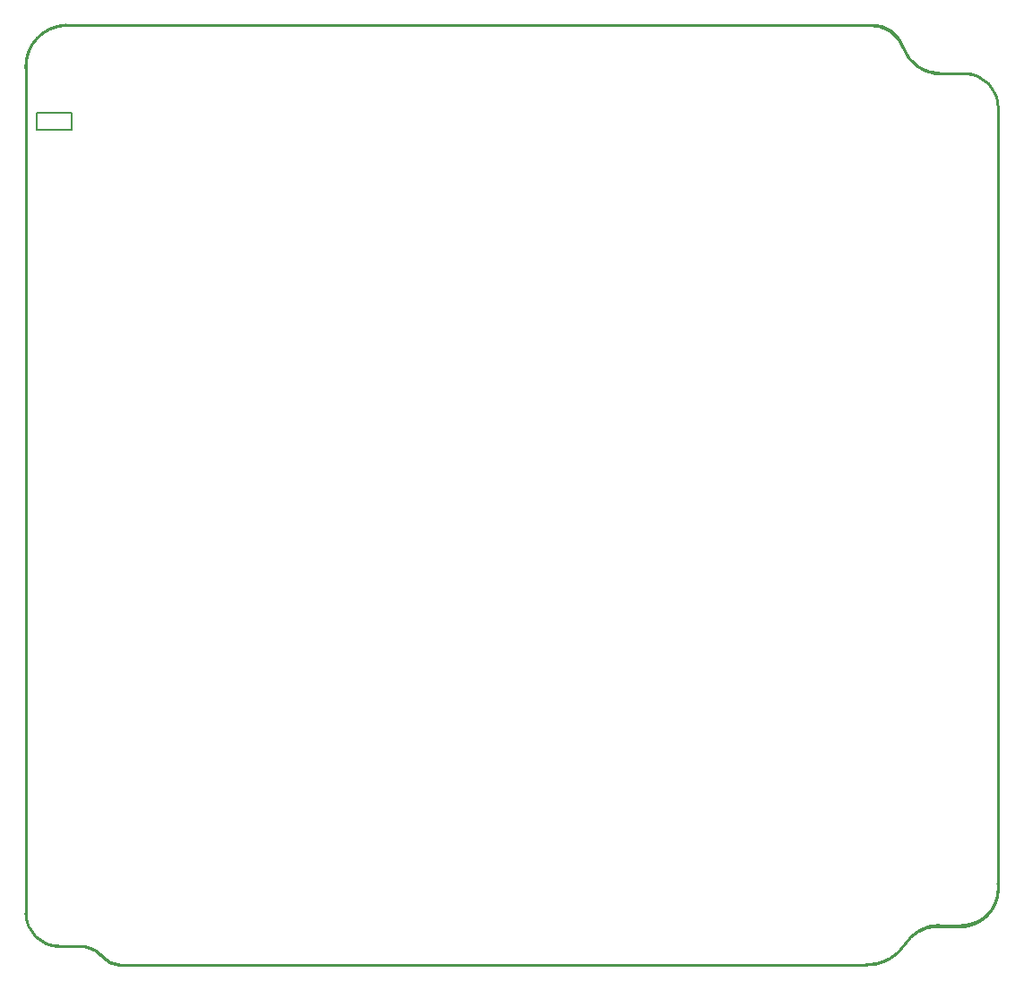
<source format=gko>
G04*
G04 #@! TF.GenerationSoftware,Altium Limited,Altium Designer,18.1.7 (191)*
G04*
G04 Layer_Color=16711935*
%FSLAX25Y25*%
%MOIN*%
G70*
G01*
G75*
%ADD11C,0.01000*%
%ADD14C,0.00787*%
D11*
X15495Y350206D02*
G03*
X544Y334648I303J-15254D01*
G01*
X29788Y2571D02*
G03*
X22083Y7197I-9648J-7340D01*
G01*
X528Y19402D02*
G03*
X12929Y7197I12303J98D01*
G01*
X312643Y405D02*
G03*
X327398Y7787I1233J15972D01*
G01*
X338913Y14677D02*
G03*
X327398Y7787I1070J-14856D01*
G01*
X350331Y14677D02*
G03*
X362153Y30700I-2100J13923D01*
G01*
X327102Y341449D02*
G03*
X338864Y332197I13607J5196D01*
G01*
X327102Y341449D02*
G03*
X314405Y350209I-12487J-4517D01*
G01*
X362240Y319421D02*
G03*
X350035Y332197I-12490J285D01*
G01*
X29788Y2571D02*
G03*
X34878Y291I5012J4367D01*
G01*
X15587Y350209D02*
X314405D01*
X528Y19402D02*
Y334951D01*
X12929Y7197D02*
X22083D01*
X338913Y14677D02*
X350331D01*
X338864Y332197D02*
X350035D01*
X362153Y30700D02*
Y319707D01*
X34878Y291D02*
X312528D01*
X348727Y15143D02*
G03*
X362231Y28721I28J13476D01*
G01*
X313897Y453D02*
G03*
X327865Y8398I-430J17007D01*
G01*
X340101Y15143D02*
G03*
X327800Y8303I31J-14537D01*
G01*
X327073Y341609D02*
G03*
X340443Y332359I13542J5287D01*
G01*
X326634Y342790D02*
G03*
X315457Y350371I-11018J-4215D01*
G01*
X429Y19709D02*
G03*
X13080Y7370I12282J-63D01*
G01*
X29169Y3404D02*
G03*
X20591Y7370I-8805J-7785D01*
G01*
X29072Y3478D02*
G03*
X35354Y453I6097J4625D01*
G01*
X362262Y319425D02*
G03*
X349823Y332359I-12687J247D01*
G01*
X15524Y350371D02*
G03*
X429Y333981I435J-15546D01*
G01*
X340101Y15143D02*
X348756D01*
X340443Y332359D02*
X349823D01*
X326634Y342790D02*
X327141Y341464D01*
X429Y333981D02*
X429Y19709D01*
X13080Y7370D02*
X20591D01*
X35354Y453D02*
X313467D01*
X362262Y28721D02*
X362262Y319425D01*
X15524Y350371D02*
X315457D01*
D14*
X4429Y311221D02*
X17421D01*
X4429Y317520D02*
X17421D01*
X4429Y311221D02*
Y317520D01*
X17421Y311221D02*
Y317520D01*
M02*

</source>
